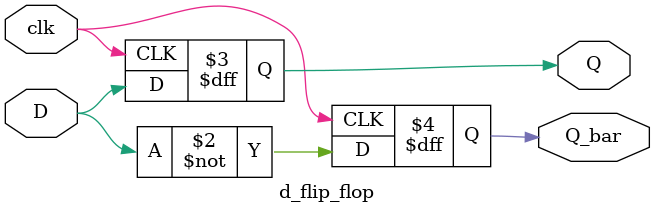
<source format=sv>
module d_flip_flop (
    input logic clk, D,
    output logic Q, Q_bar
    );


always_ff @(posedge clk) begin
    Q = D;
    Q_bar = ~Q;
end

endmodule
</source>
